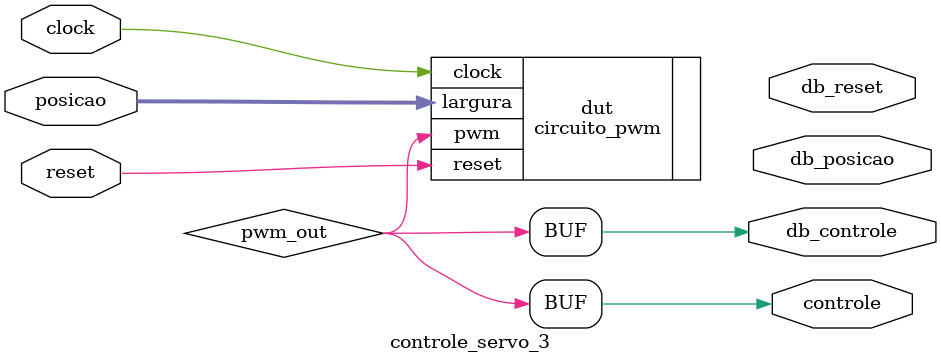
<source format=v>
module controle_servo_3 (
 input clock,
 input reset,
 input [2:0] posicao,
 output controle,
 output db_reset,
 output [2:0] db_posicao,
 output db_controle
);

wire pwm_out;

circuito_pwm #(    
     .conf_periodo(1000000),    // T = 20ms 
     .largura_000(35000),       // 35000 -> 0,7ms -> 20o
     .largura_001(45700),       // 45700 -> 0,914ms -> 40o
     .largura_010(56450),       // 56450 -> 1,129ms -> 60o
     .largura_011(67150),       // 67150 -> 1,343ms -> 80o
     .largura_100(77850),       // 77850 -> 1,557ms -> 100o
     .largura_101(88550),       // 88550 -> 1,771ms -> 120o
     .largura_110(99300),       // 99300 -> 1,986ms -> 140o
     .largura_111(110000)      // 110000 -> 2,2ms -> 160o
) dut (
    .clock(clock),
    .reset(reset),
    .largura(posicao),
    .pwm(pwm_out)
);

assign controle = pwm_out;
assign db_controle = pwm_out;


endmodule
</source>
